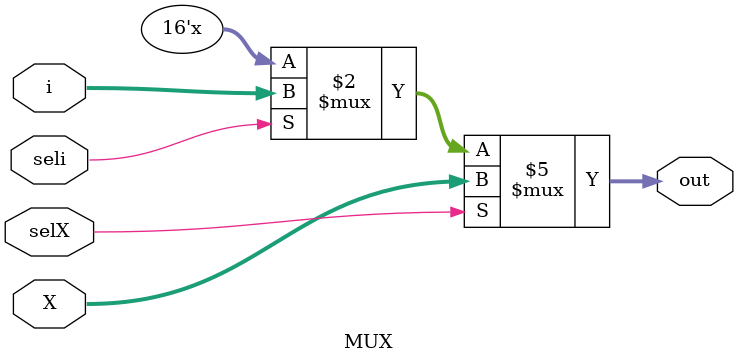
<source format=v>
`timescale 1ns/1ns

module MUX(input selX, seli, input [15:0] i, X, output reg [15:0] out);

	always @(*) begin
		if (selX) out <= X;
		else if (seli) out <= i;
	end
	
	
endmodule

</source>
